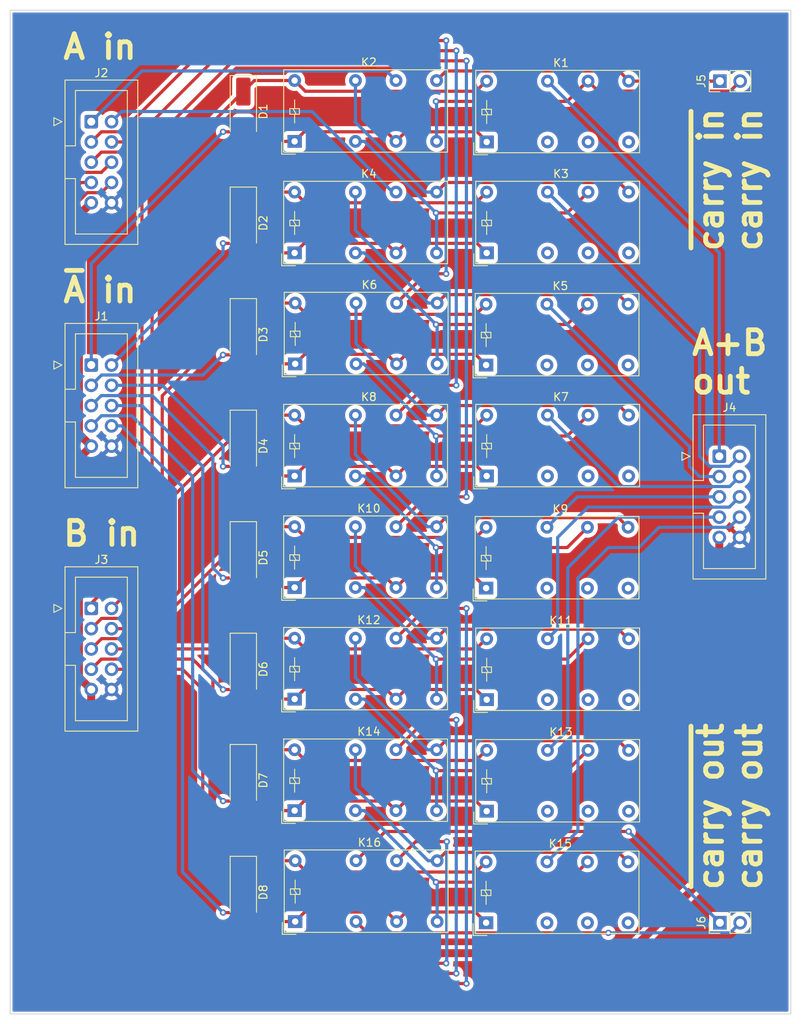
<source format=kicad_pcb>
(kicad_pcb (version 20221018) (generator pcbnew)
  (layers (0 "F.Cu" signal) (31 "B.Cu" signal) (34 "B.Paste" user) (35 "F.Paste" user) (36 "B.SilkS" user "B.Silkscreen") (37 "F.SilkS" user "F.Silkscreen") (38 "B.Mask" user) (39 "F.Mask" user) (44 "Edge.Cuts" user))
  (net 0 "")
  (net 1 "Net-(D2-A1)")
  (net 2 "Net-(D2-A2)")
  (net 3 "Net-(D3-A1)")
  (net 4 "Net-(D3-A2)")
  (net 5 "Net-(D4-A1)")
  (net 6 "Net-(D4-A2)")
  (net 7 "Net-(D5-A1)")
  (net 8 "Net-(D5-A2)")
  (net 12 "Net-(D6-A1)")
  (net 13 "Net-(D6-A2)")
  (net 14 "Net-(D7-A1)")
  (net 15 "VCC")
  (net 16 "GND")
  (net 17 "Net-(D7-A2)")
  (net 18 "Net-(D8-A1)")
  (net 19 "Net-(D8-A2)")
  (net 20 "Net-(J2-Pin_1)")
  (net 21 "Net-(J2-Pin_2)")
  (net 22 "Net-(J2-Pin_3)")
  (net 23 "Net-(J2-Pin_4)")
  (net 24 "Net-(J2-Pin_5)")
  (net 25 "Net-(D1-A1)")
  (net 26 "Net-(D1-A2)")
  (net 27 "Net-(J2-Pin_6)")
  (net 28 "Net-(J2-Pin_7)")
  (net 29 "Net-(J2-Pin_8)")
  (net 30 "Net-(J4-Pin_1)")
  (net 31 "Net-(J4-Pin_2)")
  (net 32 "Net-(J4-Pin_3)")
  (net 33 "Net-(J4-Pin_4)")
  (net 34 "Net-(J4-Pin_5)")
  (net 35 "Net-(J4-Pin_6)")
  (net 36 "Net-(J4-Pin_7)")
  (net 37 "Net-(J4-Pin_8)")
  (net 38 "Net-(J5-Pin_1)")
  (net 39 "Net-(J5-Pin_2)")
  (net 40 "Net-(J6-Pin_1)")
  (net 41 "Net-(J6-Pin_2)")
  (net 42 "Net-(K2-Pad11)")
  (net 43 "Net-(K2-Pad21)")
  (net 47 "Net-(K4-Pad11)")
  (net 48 "Net-(K4-Pad21)")
  (net 52 "Net-(K6-Pad11)")
  (net 53 "Net-(K6-Pad21)")
  (net 57 "Net-(K10-Pad14)")
  (net 58 "Net-(K10-Pad24)")
  (net 62 "Net-(K10-Pad11)")
  (net 63 "Net-(K10-Pad21)")
  (net 67 "Net-(K12-Pad11)")
  (net 68 "Net-(K12-Pad21)")
  (net 72 "Net-(K14-Pad11)")
  (net 73 "Net-(K14-Pad21)")
  (footprint "Relay_THT:Relay_DPDT_Finder_30.22" (layer "F.Cu") (at 71.265 142.095)
    (fp_text reference "K16")
    (fp_text value "J104D2C12VDC.15S")
  )
  (footprint "Relay_THT:Relay_DPDT_Finder_30.22" (layer "F.Cu") (at 95.1775 142.24)
    (fp_text reference "K15")
    (fp_text value "J104D2C12VDC.15S")
  )
  (footprint "Connector_IDC:IDC-Header_2x05_P2.54mm_Vertical" (layer "F.Cu") (at 45.72 41.91)
    (fp_text reference "J2")
    (fp_text value "BHR-10-VUA" hide)
  )
  (footprint "Diode_SMD:D_SMA_Handsoldering" (layer "F.Cu") (at 64.77 110.49 -90)
    (fp_text reference "D6")
    (fp_text value "SMAJ14CA")
  )
  (footprint "Relay_THT:Relay_DPDT_Finder_30.22" (layer "F.Cu") (at 95.25 128.27)
    (fp_text reference "K13")
    (fp_text value "J104D2C12VDC.15S")
  )
  (footprint "Diode_SMD:D_SMA_Handsoldering" (layer "F.Cu") (at 64.77 82.55 -90)
    (fp_text reference "D4")
    (fp_text value "SMAJ14CA")
  )
  (footprint "Connector_IDC:IDC-Header_2x05_P2.54mm_Vertical" (layer "F.Cu") (at 124.3875 83.82)
    (fp_text reference "J4")
    (fp_text value "BHR-10-VUA")
  )
  (footprint "Relay_THT:Relay_DPDT_Finder_30.22" (layer "F.Cu") (at 95.25 86.2875)
    (fp_text reference "K7")
    (fp_text value "J104D2C12VDC.15S")
  )
  (footprint "Connector_PinHeader_2.54mm:PinHeader_1x02_P2.54mm_Vertical" (layer "F.Cu") (at 124.46 142.24 90)
    (fp_text reference "J6")
    (fp_text value "Conn_01x02")
  )
  (footprint "Connector_PinHeader_2.54mm:PinHeader_1x02_P2.54mm_Vertical" (layer "F.Cu") (at 124.46 36.83 90)
    (fp_text reference "J5")
    (fp_text value "Conn_01x02")
  )
  (footprint "Diode_SMD:D_SMA_Handsoldering" (layer "F.Cu") (at 64.77 54.61 -90)
    (fp_text reference "D2")
    (fp_text value "SMAJ14CA")
  )
  (footprint "Relay_THT:Relay_DPDT_Finder_30.22" (layer "F.Cu") (at 95.25 114.3)
    (fp_text reference "K11")
    (fp_text value "J104D2C12VDC.15S")
  )
  (footprint "Diode_SMD:D_SMA_Handsoldering" (layer "F.Cu") (at 64.77 40.64 -90)
    (fp_text reference "D1")
    (fp_text value "SMAJ14CA" hide)
  )
  (footprint "Relay_THT:Relay_DPDT_Finder_30.22" (layer "F.Cu") (at 71.265 72.245)
    (fp_text reference "K6")
    (fp_text value "J104D2C12VDC.15S")
  )
  (footprint "Diode_SMD:D_SMA_Handsoldering" (layer "F.Cu") (at 64.77 96.52 -90)
    (fp_text reference "D5")
    (fp_text value "SMAJ14CA")
  )
  (footprint "Relay_THT:Relay_DPDT_Finder_30.22" (layer "F.Cu") (at 71.1925 114.2275)
    (fp_text reference "K12")
    (fp_text value "J104D2C12VDC.15S")
  )
  (footprint "Relay_THT:Relay_DPDT_Finder_30.22" (layer "F.Cu") (at 95.1775 100.33)
    (fp_text reference "K9")
    (fp_text value "J104D2C12VDC.15S")
  )
  (footprint "Relay_THT:Relay_DPDT_Finder_30.22" (layer "F.Cu") (at 71.1925 128.1975)
    (fp_text reference "K14")
    (fp_text value "J104D2C12VDC.15S")
  )
  (footprint "Relay_THT:Relay_DPDT_Finder_30.22" (layer "F.Cu") (at 95.25 58.3475)
    (fp_text reference "K3")
    (fp_text value "J104D2C12VDC.15S")
  )
  (footprint "Relay_THT:Relay_DPDT_Finder_30.22" (layer "F.Cu") (at 95.1775 72.39)
    (fp_text reference "K5")
    (fp_text value "J104D2C12VDC.15S")
  )
  (footprint "Diode_SMD:D_SMA_Handsoldering" (layer "F.Cu") (at 64.77 138.43 -90)
    (fp_text reference "D8")
    (fp_text value "SMAJ14CA")
  )
  (footprint "Relay_THT:Relay_DPDT_Finder_30.22" (layer "F.Cu") (at 95.25 44.45)
    (fp_text reference "K1")
    (fp_text value "J104D2C12VDC.15S" hide)
  )
  (footprint "Connector_IDC:IDC-Header_2x05_P2.54mm_Vertical" (layer "F.Cu") (at 45.72 72.39)
    (fp_text reference "J1")
    (fp_text value "BHR-10-VUA" hide)
  )
  (footprint "Connector_IDC:IDC-Header_2x05_P2.54mm_Vertical" (layer "F.Cu") (at 45.72 102.87)
    (fp_text reference "J3")
    (fp_text value "BHR-10-VUA")
  )
  (footprint "Diode_SMD:D_SMA_Handsoldering" (layer "F.Cu") (at 64.77 124.42 -90)
    (fp_text reference "D7")
    (fp_text value "SMAJ14CA")
  )
  (footprint "Relay_THT:Relay_DPDT_Finder_30.22" (layer "F.Cu") (at 71.1925 86.2875)
    (fp_text reference "K8")
    (fp_text value "J104D2C12VDC.15S")
  )
  (footprint "Relay_THT:Relay_DPDT_Finder_30.22" (layer "F.Cu") (at 71.1925 44.3775)
    (fp_text reference "K2")
    (fp_text value "J104D2C12VDC.15S")
  )
  (footprint "Relay_THT:Relay_DPDT_Finder_30.22" (layer "F.Cu") (at 71.1925 58.3475)
    (fp_text reference "K4")
    (fp_text value "J104D2C12VDC.15S")
  )
  (footprint "Relay_THT:Relay_DPDT_Finder_30.22" (layer "F.Cu") (at 71.1925 100.2575)
    (fp_text reference "K10")
    (fp_text value "J104D2C12VDC.15S")
  )
  (footprint "Diode_SMD:D_SMA_Handsoldering" (layer "F.Cu") (at 64.77 68.58 -90)
    (fp_text reference "D3")
    (fp_text value "SMAJ14CA")
  )
  (gr_line (start 35.56 153.67) (end 35.56 27.94) (stroke (width 0.1)) (layer "Edge.Cuts"))
  (gr_line (start 133.35 153.67) (end 35.56 153.67) (stroke (width 0.1)) (layer "Edge.Cuts"))
  (gr_line (start 35.56 27.94) (end 133.35 27.94) (stroke (width 0.1)) (layer "Edge.Cuts"))
  (gr_line (start 133.35 27.94) (end 133.35 153.67) (stroke (width 0.1)) (layer "Edge.Cuts"))
  (gr_text "~{A} in" (at 41.91 64.77) (layer "F.SilkS") (effects (font (size 3 3) (thickness 0.6) bold) (justify left bottom)))
  (gr_text "B in" (at 41.91 95.25) (layer "F.SilkS") (effects (font (size 3 3) (thickness 0.6) bold) (justify left bottom)))
  (gr_text "~{carry out}\ncarry out" (at 125.73 138.43 90) (layer "F.SilkS") (effects (font (size 3 3) (thickness 0.6) bold) (justify left)))
  (gr_text "A in" (at 41.91 34.29) (layer "F.SilkS") (effects (font (size 3 3) (thickness 0.6) bold) (justify left bottom)))
  (gr_text "A+B\nout" (at 120.65 76.2) (layer "F.SilkS") (effects (font (size 3 3) (thickness 0.6) bold) (justify left bottom)))
  (gr_text "~{carry in}\ncarry in" (at 125.73 58.42 90) (layer "F.SilkS") (effects (font (size 3 3) (thickness 0.6) bold) (justify left)))
  (segment (start 72.535 52.07) (end 93.9075 52.07) (width 0.4) (layer "F.Cu") (net 1))
  (segment (start 53.34 63.54) (end 64.77 52.11) (width 0.4) (layer "F.Cu") (net 1))
  (segment (start 53.34 97.79) (end 53.34 63.54) (width 0.4) (layer "F.Cu") (net 1))
  (segment (start 48.26 102.87) (end 53.34 97.79) (width 0.4) (layer "F.Cu") (net 1))
  (segment (start 71.1925 50.7275) (end 72.535 52.07) (width 0.4) (layer "F.Cu") (net 1))
  (segment (start 66.1525 50.7275) (end 71.1925 50.7275) (width 0.4) (layer "F.Cu") (net 1))
  (segment (start 93.9075 52.07) (end 95.25 50.7275) (width 0.4) (layer "F.Cu") (net 1))
  (segment (start 64.77 52.11) (end 66.1525 50.7275) (width 0.4) (layer "F.Cu") (net 1))
  (segment (start 93.9775 57.1475) (end 93.98 57.15) (width 0.4) (layer "F.Cu") (net 2))
  (segment (start 72.3925 57.1475) (end 82.6925 57.1475) (width 0.4) (layer "F.Cu") (net 2))
  (segment (start 82.6925 57.1475) (end 83.8925 58.3475) (width 0.4) (layer "F.Cu") (net 2))
  (segment (start 71.1925 58.3475) (end 72.3925 57.1475) (width 0.4) (layer "F.Cu") (net 2))
  (segment (start 62.23 57.15) (end 64.73 57.15) (width 0.4) (layer "F.Cu") (net 2))
  (segment (start 64.73 57.15) (end 64.77 57.11) (width 0.4) (layer "F.Cu") (net 2))
  (segment (start 83.8925 58.3475) (end 85.0925 57.1475) (width 0.4) (layer "F.Cu") (net 2))
  (segment (start 94.05 57.1475) (end 95.25 58.3475) (width 0.4) (layer "F.Cu") (net 2))
  (segment (start 66.0075 58.3475) (end 71.1925 58.3475) (width 0.4) (layer "F.Cu") (net 2))
  (segment (start 85.0925 57.1475) (end 93.9775 57.1475) (width 0.4) (layer "F.Cu") (net 2))
  (segment (start 64.77 57.11) (end 66.0075 58.3475) (width 0.4) (layer "F.Cu") (net 2))
  (via (at 62.23 57.15) (size 0.8) (drill 0.4) (layers "F.Cu" "B.Cu") (net 2))
  (segment (start 62.23 58.42) (end 62.23 57.15) (width 0.4) (layer "B.Cu") (net 2))
  (segment (start 48.26 72.39) (end 62.23 58.42) (width 0.4) (layer "B.Cu") (net 2))
  (segment (start 71.265 64.625) (end 72.68 66.04) (width 0.4) (layer "F.Cu") (net 3))
  (segment (start 64.77 66.08) (end 66.225 64.625) (width 0.4) (layer "F.Cu") (net 3))
  (segment (start 54.61 76.24) (end 64.77 66.08) (width 0.4) (layer "F.Cu") (net 3))
  (segment (start 93.9075 66.04) (end 93.94375 66.00375) (width 0.4) (layer "F.Cu") (net 3))
  (segment (start 49.55 104.12) (end 54.61 99.06) (width 0.4) (layer "F.Cu") (net 3))
  (segment (start 93.9075 66.04) (end 95.1775 64.77) (width 0.4) (layer "F.Cu") (net 3))
  (segment (start 72.68 66.04) (end 93.9075 66.04) (width 0.4) (layer "F.Cu") (net 3))
  (segment (start 66.225 64.625) (end 71.265 64.625) (width 0.4) (layer "F.Cu") (net 3))
  (segment (start 45.72 105.41) (end 47.01 104.12) (width 0.4) (layer "F.Cu") (net 3))
  (segment (start 47.01 104.12) (end 49.55 104.12) (width 0.4) (layer "F.Cu") (net 3))
  (segment (start 54.61 99.06) (end 54.61 76.24) (width 0.4) (layer "F.Cu") (net 3))
  (segment (start 93.8325 71.045) (end 95.1775 72.39) (width 0.4) (layer "F.Cu") (net 4))
  (segment (start 82.765 71.045) (end 83.965 72.245) (width 0.4) (layer "F.Cu") (net 4))
  (segment (start 72.465 71.045) (end 82.765 71.045) (width 0.4) (layer "F.Cu") (net 4))
  (segment (start 62.23 71.12) (end 64.73 71.12) (width 0.4) (layer "F.Cu") (net 4))
  (segment (start 65.935 72.245) (end 71.265 72.245) (width 0.4) (layer "F.Cu") (net 4))
  (segment (start 83.965 72.245) (end 85.165 71.045) (width 0.4) (layer "F.Cu") (net 4))
  (segment (start 85.165 71.045) (end 93.8325 71.045) (width 0.4) (layer "F.Cu") (net 4))
  (segment (start 64.77 71.08) (end 65.935 72.245) (width 0.4) (layer "F.Cu") (net 4))
  (segment (start 64.73 71.12) (end 64.77 71.08) (width 0.4) (layer "F.Cu") (net 4))
  (segment (start 71.265 72.245) (end 72.465 71.045) (width 0.4) (layer "F.Cu") (net 4))
  (via (at 62.23 71.12) (size 0.8) (drill 0.4) (layers "F.Cu" "B.Cu") (net 4))
  (segment (start 59.71 73.64) (end 62.23 71.12) (width 0.4) (layer "B.Cu") (net 4))
  (segment (start 45.72 74.93) (end 47.01 73.64) (width 0.4) (layer "B.Cu") (net 4))
  (segment (start 47.01 73.64) (end 59.71 73.64) (width 0.4) (layer "B.Cu") (net 4))
  (segment (start 93.9075 80.01) (end 95.25 78.6675) (width 0.4) (layer "F.Cu") (net 5))
  (segment (start 66.1525 78.6675) (end 71.1925 78.6675) (width 0.4) (layer "F.Cu") (net 5))
  (segment (start 55.88 100.33) (end 55.88 88.94) (width 0.4) (layer "F.Cu") (net 5))
  (segment (start 50.8 105.41) (end 55.88 100.33) (width 0.4) (layer "F.Cu") (net 5))
  (segment (start 55.88 88.94) (end 64.77 80.05) (width 0.4) (layer "F.Cu") (net 5))
  (segment (start 71.1925 78.6675) (end 72.535 80.01) (width 0.4) (layer "F.Cu") (net 5))
  (segment (start 64.77 80.05) (end 66.1525 78.6675) (width 0.4) (layer "F.Cu") (net 5))
  (segment (start 72.535 80.01) (end 93.9075 80.01) (width 0.4) (layer "F.Cu") (net 5))
  (segment (start 48.26 105.41) (end 50.8 105.41) (width 0.4) (layer "F.Cu") (net 5))
  (segment (start 93.9075 80.01) (end 93.94375 79.97375) (width 0.4) (layer "F.Cu") (net 5))
  (segment (start 85.0925 85.0875) (end 94.05 85.0875) (width 0.4) (layer "F.Cu") (net 6))
  (segment (start 62.23 85.09) (end 64.73 85.09) (width 0.4) (layer "F.Cu") (net 6))
  (segment (start 66.0075 86.2875) (end 71.1925 86.2875) (width 0.4) (layer "F.Cu") (net 6))
  (segment (start 64.73 85.09) (end 64.77 85.05) (width 0.4) (layer "F.Cu") (net 6))
  (segment (start 94.05 85.0875) (end 94.0525 85.09) (width 0.4) (layer "F.Cu") (net 6))
  (segment (start 83.8925 86.2875) (end 85.0925 85.0875) (width 0.4) (layer "F.Cu") (net 6))
  (segment (start 72.3925 85.0875) (end 82.6925 85.0875) (width 0.4) (layer "F.Cu") (net 6))
  (segment (start 82.6925 85.0875) (end 83.8925 86.2875) (width 0.4) (layer "F.Cu") (net 6))
  (segment (start 94.05 85.0875) (end 95.25 86.2875) (width 0.4) (layer "F.Cu") (net 6))
  (segment (start 64.77 85.05) (end 66.0075 86.2875) (width 0.4) (layer "F.Cu") (net 6))
  (segment (start 71.1925 86.2875) (end 72.3925 85.0875) (width 0.4) (layer "F.Cu") (net 6))
  (via (at 62.23 85.09) (size 0.8) (drill 0.4) (layers "F.Cu" "B.Cu") (net 6))
  (segment (start 54.61 74.93) (end 62.23 82.55) (width 0.4) (layer "B.Cu") (net 6))
  (segment (start 62.23 82.55) (end 62.23 85.09) (width 0.4) (layer "B.Cu") (net 6))
  (segment (start 48.26 74.93) (end 54.61 74.93) (width 0.4) (layer "B.Cu") (net 6))
  (segment (start 47.01 106.66) (end 52.13 106.66) (width 0.4) (layer "F.Cu") (net 7))
  (segment (start 52.13 106.66) (end 64.77 94.02) (width 0.4) (layer "F.Cu") (net 7))
  (segment (start 64.77 94.02) (end 66.1525 92.6375) (width 0.4) (layer "F.Cu") (net 7))
  (segment (start 93.9075 93.98) (end 95.1775 92.71) (width 0.4) (layer "F.Cu") (net 7))
  (segment (start 71.1925 92.6375) (end 72.535 93.98) (width 0.4) (layer "F.Cu") (net 7))
  (segment (start 72.535 93.98) (end 93.9075 93.98) (width 0.4) (layer "F.Cu") (net 7))
  (segment (start 45.72 107.95) (end 47.01 106.66) (width 0.4) (layer "F.Cu") (net 7))
  (segment (start 66.1525 92.6375) (end 71.1925 92.6375) (width 0.4) (layer "F.Cu") (net 7))
  (segment (start 62.23 99.06) (end 64.73 99.06) (width 0.4) (layer "F.Cu") (net 8))
  (segment (start 85.0925 99.0575) (end 93.905 99.0575) (width 0.4) (layer "F.Cu") (net 8))
  (segment (start 83.8925 100.2575) (end 85.0925 99.0575) (width 0.4) (layer "F.Cu") (net 8))
  (segment (start 64.77 99.02) (end 66.0075 100.2575) (width 0.4) (layer "F.Cu") (net 8))
  (segment (start 71.1925 100.2575) (end 72.3925 99.0575) (width 0.4) (layer "F.Cu") (net 8))
  (segment (start 64.73 99.06) (end 64.77 99.02) (width 0.4) (layer "F.Cu") (net 8))
  (segment (start 82.6925 99.0575) (end 83.8925 100.2575) (width 0.4) (layer "F.Cu") (net 8))
  (segment (start 93.905 99.0575) (end 95.1775 100.33) (width 0.4) (layer "F.Cu") (net 8))
  (segment (start 66.0075 100.2575) (end 71.1925 100.2575) (width 0.4) (layer "F.Cu") (net 8))
  (segment (start 72.3925 99.0575) (end 82.6925 99.0575) (width 0.4) (layer "F.Cu") (net 8))
  (via (at 62.23 99.06) (size 0.8) (drill 0.4) (layers "F.Cu" "B.Cu") (net 8))
  (segment (start 45.72 77.47) (end 46.97 76.22) (width 0.4) (layer "B.Cu") (net 8))
  (segment (start 53.36 76.22) (end 60.96 83.82) (width 0.4) (layer "B.Cu") (net 8))
  (segment (start 46.97 76.22) (end 53.36 76.22) (width 0.4) (layer "B.Cu") (net 8))
  (segment (start 60.96 97.79) (end 62.23 99.06) (width 0.4) (layer "B.Cu") (net 8))
  (segment (start 60.96 83.82) (end 60.96 97.79) (width 0.4) (layer "B.Cu") (net 8))
  (segment (start 72.535 107.95) (end 93.9075 107.95) (width 0.4) (layer "F.Cu") (net 12))
  (segment (start 93.9075 107.95) (end 93.94375 107.91375) (width 0.4) (layer "F.Cu") (net 12))
  (segment (start 64.77 107.99) (end 66.1525 106.6075) (width 0.4) (layer "F.Cu") (net 12))
  (segment (start 48.26 107.95) (end 64.73 107.95) (width 0.4) (layer "F.Cu") (net 12))
  (segment (start 66.1525 106.6075) (end 71.1925 106.6075) (width 0.4) (layer "F.Cu") (net 12))
  (segment (start 71.1925 106.6075) (end 72.535 107.95) (width 0.4) (layer "F.Cu") (net 12))
  (segment (start 64.73 107.95) (end 64.77 107.99) (width 0.4) (layer "F.Cu") (net 12))
  (segment (start 93.9075 107.95) (end 95.1775 106.68) (width 0.4) (layer "F.Cu") (net 12))
  (segment (start 82.6925 113.0275) (end 83.8925 114.2275) (width 0.4) (layer "F.Cu") (net 13))
  (segment (start 72.3925 113.0275) (end 82.6925 113.0275) (width 0.4) (layer "F.Cu") (net 13))
  (segment (start 64.73 113.03) (end 64.77 112.99) (width 0.4) (layer "F.Cu") (net 13))
  (segment (start 85.0925 113.0275) (end 93.905 113.0275) (width 0.4) (layer "F.Cu") (net 13))
  (segment (start 93.905 113.0275) (end 95.1775 114.3) (width 0.4) (layer "F.Cu") (net 13))
  (segment (start 83.8925 114.2275) (end 85.0925 113.0275) (width 0.4) (layer "F.Cu") (net 13))
  (segment (start 93.905 113.0275) (end 93.94375 113.06625) (width 0.4) (layer "F.Cu") (net 13))
  (segment (start 66.0075 114.2275) (end 71.1925 114.2275) (width 0.4) (layer "F.Cu") (net 13))
  (segment (start 64.77 112.99) (end 66.0075 114.2275) (width 0.4) (layer "F.Cu") (net 13))
  (segment (start 62.23 113.03) (end 64.73 113.03) (width 0.4) (layer "F.Cu") (net 13))
  (segment (start 71.1925 114.2275) (end 72.3925 113.0275) (width 0.4) (layer "F.Cu") (net 13))
  (via (at 62.23 113.03) (size 0.8) (drill 0.4) (layers "F.Cu" "B.Cu") (net 13))
  (segment (start 52.07 77.47) (end 59.69 85.09) (width 0.4) (layer "B.Cu") (net 13))
  (segment (start 48.26 77.47) (end 52.07 77.47) (width 0.4) (layer "B.Cu") (net 13))
  (segment (start 59.69 110.49) (end 62.23 113.03) (width 0.4) (layer "B.Cu") (net 13))
  (segment (start 59.69 85.09) (end 59.69 110.49) (width 0.4) (layer "B.Cu") (net 13))
  (segment (start 72.535 121.92) (end 93.9075 121.92) (width 0.4) (layer "F.Cu") (net 14))
  (segment (start 58.42 109.22) (end 60.96 111.76) (width 0.4) (layer "F.Cu") (net 14))
  (segment (start 71.1925 120.5775) (end 72.535 121.92) (width 0.4) (layer "F.Cu") (net 14))
  (segment (start 66.1125 120.5775) (end 71.1925 120.5775) (width 0.4) (layer "F.Cu") (net 14))
  (segment (start 60.96 118.11) (end 64.77 121.92) (width 0.4) (layer "F.Cu") (net 14))
  (segment (start 93.9075 121.92) (end 93.94375 121.88375) (width 0.4) (layer "F.Cu") (net 14))
  (segment (start 60.96 111.76) (end 60.96 118.11) (width 0.4) (layer "F.Cu") (net 14))
  (segment (start 46.99 109.22) (end 58.42 109.22) (width 0.4) (layer "F.Cu") (net 14))
  (segment (start 93.9075 121.92) (end 95.1775 120.65) (width 0.4) (layer "F.Cu") (net 14))
  (segment (start 64.77 121.92) (end 66.1125 120.5775) (width 0.4) (layer "F.Cu") (net 14))
  (segment (start 45.72 110.49) (end 46.99 109.22) (width 0.4) (layer "F.Cu") (net 14))
  (segment (start 124.3875 134.6925) (end 124.3875 93.98) (width 1) (layer "F.Cu") (net 15))
  (segment (start 45.72 52.07) (end 44.17 53.62) (width 1) (layer "F.Cu") (net 15))
  (segment (start 113.03 146.05) (end 124.3875 134.6925) (width 1) (layer "F.Cu") (net 15))
  (segment (start 45.72 130.81) (end 60.96 146.05) (width 1) (layer "F.Cu") (net 15))
  (segment (start 60.96 146.05) (end 113.03 146.05) (width 1) (layer "F.Cu") (net 15))
  (segment (start 45.72 82.55) (end 44.17 84.1) (width 1) (layer "F.Cu") (net 15))
  (segment (start 44.17 111.48) (end 45.72 113.03) (width 1) (layer "F.Cu") (net 15))
  (segment (start 44.17 84.1) (end 44.17 111.48) (width 1) (layer "F.Cu") (net 15))
  (segment (start 45.72 113.03) (end 45.72 130.81) (width 1) (layer "F.Cu") (net 15))
  (segment (start 44.17 81) (end 45.72 82.55) (width 1) (layer "F.Cu") (net 15))
  (segment (start 44.17 53.62) (end 44.17 81) (width 1) (layer "F.Cu") (net 15))
  (segment (start 71.1925 128.1975) (end 72.3925 126.9975) (width 0.4) (layer "F.Cu") (net 17))
  (segment (start 64.69 127) (end 64.77 126.92) (width 0.4) (layer "F.Cu") (net 17))
  (segment (start 64.77 126.92) (end 66.0475 128.1975) (width 0.4) (layer "F.Cu") (net 17))
  (segment (start 83.8925 128.1975) (end 85.0925 126.9975) (width 0.4) (layer "F.Cu") (net 17))
  (segment (start 93.905 126.9975) (end 95.1775 128.27) (width 0.4) (layer "F.Cu") (net 17))
  (segment (start 62.23 127) (end 64.69 127) (width 0.4) (layer "F.Cu") (net 17))
  (segment (start 66.0475 128.1975) (end 71.1925 128.1975) (width 0.4) (layer "F.Cu") (net 17))
  (segment (start 85.0925 126.9975) (end 93.905 126.9975) (width 0.4) (layer "F.Cu") (net 17))
  (segment (start 82.6925 126.9975) (end 83.8925 128.1975) (width 0.4) (layer "F.Cu") (net 17))
  (segment (start 72.3925 126.9975) (end 82.6925 126.9975) (width 0.4) (layer "F.Cu") (net 17))
  (via (at 62.23 127) (size 0.8) (drill 0.4) (layers "F.Cu" "B.Cu") (net 17))
  (segment (start 58.42 86.36) (end 58.42 123.19) (width 0.4) (layer "B.Cu") (net 17))
  (segment (start 46.99 78.74) (end 50.8 78.74) (width 0.4) (layer "B.Cu") (net 17))
  (segment (start 58.42 123.19) (end 62.23 127) (width 0.4) (layer "B.Cu") (net 17))
  (segment (start 45.72 80.01) (end 46.99 78.74) (width 0.4) (layer "B.Cu") (net 17))
  (segment (start 50.8 78.74) (end 58.42 86.36) (width 0.4) (layer "B.Cu") (net 17))
  (segment (start 48.26 110.49) (end 57.15 110.49) (width 0.4) (layer "F.Cu") (net 18))
  (segment (start 66.225 134.475) (end 71.265 134.475) (width 0.4) (layer "F.Cu") (net 18))
  (segment (start 59.69 113.03) (end 59.69 130.85) (width 0.4) (layer "F.Cu") (net 18))
  (segment (start 71.265 134.475) (end 72.68 135.89) (width 0.4) (layer "F.Cu") (net 18))
  (segment (start 93.9075 135.89) (end 95.1775 134.62) (width 0.4) (layer "F.Cu") (net 18))
  (segment (start 64.77 135.93) (end 66.225 134.475) (width 0.4) (layer "F.Cu") (net 18))
  (segment (start 57.15 110.49) (end 59.69 113.03) (width 0.4) (layer "F.Cu") (net 18))
  (segment (start 59.69 130.85) (end 64.77 135.93) (width 0.4) (layer "F.Cu") (net 18))
  (segment (start 72.68 135.89) (end 93.9075 135.89) (width 0.4) (layer "F.Cu") (net 18))
  (segment (start 85.165 140.895) (end 93.8325 140.895) (width 0.4) (layer "F.Cu") (net 19))
  (segment (start 82.765 140.895) (end 83.965 142.095) (width 0.4) (layer "F.Cu") (net 19))
  (segment (start 71.265 142.095) (end 72.465 140.895) (width 0.4) (layer "F.Cu") (net 19))
  (segment (start 64.77 140.93) (end 65.935 142.095) (width 0.4) (layer "F.Cu") (net 19))
  (segment (start 72.465 140.895) (end 82.765 140.895) (width 0.4) (layer "F.Cu") (net 19))
  (segment (start 62.23 140.97) (end 64.73 140.97) (width 0.4) (layer "F.Cu") (net 19))
  (segment (start 64.73 140.97) (end 64.77 140.93) (width 0.4) (layer "F.Cu") (net 19))
  (segment (start 83.965 142.095) (end 85.165 140.895) (width 0.4) (layer "F.Cu") (net 19))
  (segment (start 65.935 142.095) (end 71.265 142.095) (width 0.4) (layer "F.Cu") (net 19))
  (segment (start 93.8325 140.895) (end 95.1775 142.24) (width 0.4) (layer "F.Cu") (net 19))
  (via (at 62.23 140.97) (size 0.8) (drill 0.4) (layers "F.Cu" "B.Cu") (net 19))
  (segment (start 49.53 80.01) (end 57.15 87.63) (width 0.4) (layer "B.Cu") (net 19))
  (segment (start 57.15 135.89) (end 62.23 140.97) (width 0.4) (layer "B.Cu") (net 19))
  (segment (start 48.26 80.01) (end 49.53 80.01) (width 0.4) (layer "B.Cu") (net 19))
  (segment (start 57.15 87.63) (end 57.15 135.89) (width 0.4) (layer "B.Cu") (net 19))
  (segment (start 52.0725 35.5575) (end 82.6925 35.5575) (width 0.4) (layer "B.Cu") (net 20))
  (segment (start 82.6925 35.5575) (end 83.8925 36.7575) (width 0.4) (layer "B.Cu") (net 20))
  (segment (start 45.72 41.91) (end 52.0725 35.5575) (width 0.4) (layer "B.Cu") (net 20))
  (segment (start 49.53 40.64) (end 73.377943 40.64) (width 0.4) (layer "B.Cu") (net 21))
  (segment (start 48.26 41.91) (end 49.53 40.64) (width 0.4) (layer "B.Cu") (net 21))
  (segment (start 73.377943 40.64) (end 83.465443 50.7275) (width 0.4) (layer "B.Cu") (net 21))
  (segment (start 83.465443 50.7275) (end 83.8925 50.7275) (width 0.4) (layer "B.Cu") (net 21))
  (segment (start 90.17 31.75) (end 60.96 31.75) (width 0.4) (layer "F.Cu") (net 22))
  (segment (start 87.63 60.96) (end 90.17 60.96) (width 0.4) (layer "F.Cu") (net 22))
  (segment (start 49.53 43.18) (end 46.99 43.18) (width 0.4) (layer "F.Cu") (net 22))
  (segment (start 60.96 31.75) (end 49.53 43.18) (width 0.4) (layer "F.Cu") (net 22))
  (segment (start 46.99 43.18) (end 45.72 44.45) (width 0.4) (layer "F.Cu") (net 22))
  (segment (start 83.965 64.625) (end 87.63 60.96) (width 0.4) (layer "F.Cu") (net 22))
  (via (at 90.17 60.96) (size 0.8) (drill 0.4) (layers "F.Cu" "B.Cu") (net 22))
  (via (at 90.17 31.75) (size 0.8) (drill 0.4) (layers "F.Cu" "B.Cu") (net 22))
  (segment (start 90.17 31.75) (end 90.1725 31.7525) (width 0.4) (layer "B.Cu") (net 22))
  (segment (start 90.1725 60.9575) (end 90.17 60.96) (width 0.4) (layer "B.Cu") (net 22))
  (segment (start 90.1725 31.7525) (end 90.1725 60.9575) (width 0.4) (layer "B.Cu") (net 22))
  (segment (start 83.8925 78.6675) (end 87.63 74.93) (width 0.4) (layer "F.Cu") (net 23))
  (segment (start 87.63 74.93) (end 91.44 74.93) (width 0.4) (layer "F.Cu") (net 23))
  (segment (start 62.23 33.02) (end 50.8 44.45) (width 0.4) (layer "F.Cu") (net 23))
  (segment (start 91.44 33.02) (end 62.23 33.02) (width 0.4) (layer "F.Cu") (net 23))
  (segment (start 50.8 44.45) (end 48.26 44.45) (width 0.4) (layer "F.Cu") (net 23))
  (via (at 91.44 33.02) (size 0.8) (drill 0.4) (layers "F.Cu" "B.Cu") (net 23))
  (via (at 91.44 74.93) (size 0.8) (drill 0.4) (layers "F.Cu" "B.Cu") (net 23))
  (segment (start 91.44 74.93) (end 91.44 33.02) (width 0.4) (layer "B.Cu") (net 23))
  (segment (start 87.63 88.9) (end 92.71 88.9) (width 0.4) (layer "F.Cu") (net 24))
  (segment (start 46.99 45.72) (end 45.72 46.99) (width 0.4) (layer "F.Cu") (net 24))
  (segment (start 83.82 92.71) (end 87.63 88.9) (width 0.4) (layer "F.Cu") (net 24))
  (segment (start 92.71 34.29) (end 63.5 34.29) (width 0.4) (layer "F.Cu") (net 24))
  (segment (start 52.07 45.72) (end 46.99 45.72) (width 0.4) (layer "F.Cu") (net 24))
  (segment (start 83.8925 92.6375) (end 83.82 92.71) (width 0.4) (layer "F.Cu") (net 24))
  (segment (start 63.5 34.29) (end 52.07 45.72) (width 0.4) (layer "F.Cu") (net 24))
  (via (at 92.71 34.29) (size 0.8) (drill 0.4) (layers "F.Cu" "B.Cu") (net 24))
  (via (at 92.71 88.9) (size 0.8) (drill 0.4) (layers "F.Cu" "B.Cu") (net 24))
  (segment (start 92.71 88.9) (end 92.71 34.29) (width 0.4) (layer "B.Cu") (net 24))
  (segment (start 52.07 50.84) (end 64.77 38.14) (width 0.4) (layer "F.Cu") (net 25))
  (segment (start 45.72 102.87) (end 45.72 102.235) (width 0.4) (layer "F.Cu") (net 25))
  (segment (start 93.9075 38.1) (end 95.1775 36.83) (width 0.4) (layer "F.Cu") (net 25))
  (segment (start 52.07 95.885) (end 52.07 50.84) (width 0.4) (layer "F.Cu") (net 25))
  (segment (start 72.535 38.1) (end 93.98 38.1) (width 0.4) (layer "F.Cu") (net 25))
  (segment (start 71.1925 36.7575) (end 72.535 38.1) (width 0.4) (layer "F.Cu") (net 25))
  (segment (start 66.1525 36.7575) (end 71.1925 36.7575) (width 0.4) (layer "F.Cu") (net 25))
  (segment (start 64.77 38.14) (end 66.1525 36.7575) (width 0.4) (layer "F.Cu") (net 25))
  (segment (start 95.1775 36.83) (end 95.25 36.83) (width 0.4) (layer "F.Cu") (net 25))
  (segment (start 45.72 102.235) (end 52.07 95.885) (width 0.4) (layer "F.Cu") (net 25))
  (segment (start 85.0925 43.1775) (end 93.98 43.1775) (width 0.4) (layer "F.Cu") (net 26))
  (segment (start 64.73 43.18) (end 64.77 43.14) (width 0.4) (layer "F.Cu") (net 26))
  (segment (start 71.1925 44.3775) (end 72.3925 43.1775) (width 0.4) (layer "F.Cu") (net 26))
  (segment (start 95.25 44.3775) (end 95.25 44.45) (width 0.4) (layer "F.Cu") (net 26))
  (segment (start 83.8925 44.3775) (end 85.0925 43.1775) (width 0.4) (layer "F.Cu") (net 26))
  (segment (start 66.0075 44.3775) (end 71.1925 44.3775) (width 0.4) (layer "F.Cu") (net 26))
  (segment (start 62.23 43.18) (end 64.73 43.18) (width 0.4) (layer "F.Cu") (net 26))
  (segment (start 64.77 43.14) (end 66.0075 44.3775) (width 0.4) (layer "F.Cu") (net 26))
  (segment (start 72.3925 43.1775) (end 82.6925 43.1775) (width 0.4) (layer "F.Cu") (net 26))
  (segment (start 94.05 43.1775) (end 95.25 44.3775) (width 0.4) (layer "F.Cu") (net 26))
  (segment (start 82.6925 43.1775) (end 83.8925 44.3775) (width 0.4) (layer "F.Cu") (net 26))
  (via (at 62.23 43.18) (size 0.8) (drill 0.4) (layers "F.Cu" "B.Cu") (net 26))
  (segment (start 45.72 72.39) (end 45.72 59.69) (width 0.4) (layer "B.Cu") (net 26))
  (segment (start 45.72 59.69) (end 62.23 43.18) (width 0.4) (layer "B.Cu") (net 26))
  (segment (start 87.63 102.87) (end 92.71 102.87) (width 0.4) (layer "F.Cu") (net 27))
  (segment (start 83.8925 106.6075) (end 87.63 102.87) (width 0.4) (layer "F.Cu") (net 27))
  (segment (start 92.71 149.86) (end 57.15 149.86) (width 0.4) (layer "F.Cu") (net 27))
  (segment (start 57.15 149.86) (end 39.37 132.08) (width 0.4) (layer "F.Cu") (net 27))
  (segment (start 39.37 132.08) (end 39.37 52.332355) (width 0.4) (layer "F.Cu") (net 27))
  (segment (start 43.442355 48.26) (end 46.99 48.26) (width 0.4) (layer "F.Cu") (net 27))
  (segment (start 39.37 52.332355) (end 43.442355 48.26) (width 0.4) (layer "F.Cu") (net 27))
  (segment (start 46.99 48.26) (end 48.26 46.99) (width 0.4) (layer "F.Cu") (net 27))
  (via (at 92.71 102.87) (size 0.8) (drill 0.4) (layers "F.Cu" "B.Cu") (net 27))
  (via (at 92.71 149.86) (size 0.8) (drill 0.4) (layers "F.Cu" "B.Cu") (net 27))
  (segment (start 92.71 148.451371) (end 92.71 149.86) (width 0.4) (layer "B.Cu") (net 27))
  (segment (start 92.71 102.87) (end 92.71 148.451371) (width 0.4) (layer "B.Cu") (net 27))
  (segment (start 83.8925 120.5775) (end 87.63 116.84) (width 0.4) (layer "F.Cu") (net 28))
  (segment (start 91.44 148.59) (end 58.42 148.59) (width 0.4) (layer "F.Cu") (net 28))
  (segment (start 44.45 49.53) (end 45.72 49.53) (width 0.4) (layer "F.Cu") (net 28))
  (segment (start 40.64 130.81) (end 40.64 53.34) (width 0.4) (layer "F.Cu") (net 28))
  (segment (start 87.63 116.84) (end 91.44 116.84) (width 0.4) (layer "F.Cu") (net 28))
  (segment (start 58.42 148.59) (end 40.64 130.81) (width 0.4) (layer "F.Cu") (net 28))
  (segment (start 40.64 53.34) (end 44.45 49.53) (width 0.4) (layer "F.Cu") (net 28))
  (via (at 91.44 116.84) (size 0.8) (drill 0.4) (layers "F.Cu" "B.Cu") (net 28))
  (via (at 91.44 148.59) (size 0.8) (drill 0.4) (layers "F.Cu" "B.Cu") (net 28))
  (segment (start 91.44 116.84) (end 91.44 148.59) (width 0.4) (layer "B.Cu") (net 28))
  (segment (start 41.91 54.112233) (end 45.222233 50.8) (width 0.4) (layer "F.Cu") (net 29))
  (segment (start 90.17 147.32) (end 59.69 147.32) (width 0.4) (layer "F.Cu") (net 29))
  (segment (start 59.69 147.32) (end 41.91 129.54) (width 0.4) (layer "F.Cu") (net 29))
  (segment (start 86.36 132.08) (end 83.965 134.475) (width 0.4) (layer "F.Cu") (net 29))
  (segment (start 90.245 132.08) (end 86.36 132.08) (width 0.4) (layer "F.Cu") (net 29))
  (segment (start 41.91 129.54) (end 41.91 54.112233) (width 0.4) (layer "F.Cu") (net 29))
  (segment (start 45.222233 50.8) (end 46.99 50.8) (width 0.4) (layer "F.Cu") (net 29))
  (segment (start 46.99 50.8) (end 48.26 49.53) (width 0.4) (layer "F.Cu") (net 29))
  (via (at 90.245 132.08) (size 0.8) (drill 0.4) (layers "F.Cu" "B.Cu") (net 29))
  (via (at 90.17 147.32) (size 0.8) (drill 0.4) (layers "F.Cu" "B.Cu") (net 29))
  (segment (start 90.245 132.08) (end 90.245 147.245) (width 0.4) (layer "B.Cu") (net 29))
  (segment (start 90.245 147.245) (end 90.17 147.32) (width 0.4) (layer "B.Cu") (net 29))
  (segment (start 124.3875 83.82) (end 124.3875 58.3475) (width 0.4) (layer "B.Cu") (net 30))
  (segment (start 124.3875 58.3475) (end 102.87 36.83) (width 0.4) (layer "B.Cu") (net 30))
  (segment (start 121.92 69.7775) (end 102.87 50.7275) (width 0.4) (layer "B.Cu") (net 31))
  (segment (start 121.92 83.82) (end 121.92 69.7775) (width 0.4) (layer "B.Cu") (net 31))
  (segment (start 126.9275 83.82) (end 125.6775 85.07) (width 0.4) (layer "B.Cu") (net 31))
  (segment (start 123.17 85.07) (end 121.92 83.82) (width 0.4) (layer "B.Cu") (net 31))
  (segment (start 125.6775 85.07) (end 123.17 85.07) (width 0.4) (layer "B.Cu") (net 31))
  (segment (start 120.65 82.55) (end 120.5775 82.55) (width 0.4) (layer "B.Cu") (net 32))
  (segment (start 120.65 85.09) (end 120.65 82.55) (width 0.4) (layer "B.Cu") (net 32))
  (segment (start 120.5775 82.55) (end 102.7975 64.77) (width 0.4) (layer "B.Cu") (net 32))
  (segment (start 121.92 86.36) (end 120.65 85.09) (width 0.4) (layer "B.Cu") (net 32))
  (segment (start 124.3875 86.36) (end 121.92 86.36) (width 0.4) (layer "B.Cu") (net 32))
  (segment (start 111.8125 87.61) (end 102.87 78.6675) (width 0.4) (layer "B.Cu") (net 33))
  (segment (start 125.6775 87.61) (end 111.8125 87.61) (width 0.4) (layer "B.Cu") (net 33))
  (segment (start 126.9275 86.36) (end 125.6775 87.61) (width 0.4) (layer "B.Cu") (net 33))
  (segment (start 124.3875 88.9) (end 106.6075 88.9) (width 0.4) (layer "B.Cu") (net 34))
  (segment (start 106.6075 88.9) (end 102.7975 92.71) (width 0.4) (layer "B.Cu") (net 34))
  (segment (start 125.6375 90.19) (end 107.93 90.19) (width 0.4) (layer "B.Cu") (net 35))
  (segment (start 107.93 90.19) (end 104.14 93.98) (width 0.4) (layer "B.Cu") (net 35))
  (segment (start 104.14 93.98) (end 104.14 105.41) (width 0.4) (layer "B.Cu") (net 35))
  (segment (start 104.14 105.41) (end 102.87 106.68) (width 0.4) (layer "B.Cu") (net 35))
  (segment (start 126.9275 88.9) (end 125.6375 90.19) (width 0.4) (layer "B.Cu") (net 35))
  (segment (start 124.3875 91.44) (end 111.76 91.44) (width 0.4) (layer "B.Cu") (net 36))
  (segment (start 111.76 91.44) (end 105.41 97.79) (width 0.4) (layer "B.Cu") (net 36))
  (segment (start 105.41 118.11) (end 102.87 120.65) (width 0.4) (layer "B.Cu") (net 36))
  (segment (start 105.41 97.79) (end 105.41 118.11) (width 0.4) (layer "B.Cu") (net 36))
  (segment (start 106.68 118.11) (end 106.6775 118.1075) (width 0.4) (layer "B.Cu") (net 37))
  (segment (start 114.3 95.25) (end 116.84 92.71) (width 0.4) (layer "B.Cu") (net 37))
  (segment (start 106.6775 99.0625) (end 110.49 95.25) (width 0.4) (layer "B.Cu") (net 37))
  (segment (start 102.7975 134.62) (end 106.68 130.7375) (width 0.4) (layer "B.Cu") (net 37))
  (segment (start 106.68 130.7375) (end 106.68 118.11) (width 0.4) (layer "B.Cu") (net 37))
  (segment (start 110.49 95.25) (end 114.3 95.25) (width 0.4) (layer "B.Cu") (net 37))
  (segment (start 106.6775 118.1075) (end 106.6775 99.0625) (width 0.4) (layer "B.Cu") (net 37))
  (segment (start 125.6575 92.71) (end 126.9275 91.44) (width 0.4) (layer "B.Cu") (net 37))
  (segment (start 116.84 92.71) (end 125.6575 92.71) (width 0.4) (layer "B.Cu") (net 37))
  (segment (start 111.83 35.5575) (end 113.03 36.7575) (width 0.4) (layer "F.Cu") (net 38))
  (segment (start 113.03 36.83) (end 124.46 36.83) (width 0.4) (layer "F.Cu") (net 38))
  (segment (start 90.1725 35.5575) (end 111.83 35.5575) (width 0.4) (layer "F.Cu") (net 38))
  (segment (start 113.03 36.7575) (end 113.03 36.83) (width 0.4) (layer "F.Cu") (net 38))
  (segment (start 113.03 36.83) (end 113.1025 36.7575) (width 0.4) (layer "F.Cu") (net 38))
  (segment (start 88.9725 36.7575) (end 90.1725 35.5575) (width 0.4) (layer "F.Cu") (net 38))
  (segment (start 125.75 38.08) (end 127 36.83) (width 0.4) (layer "F.Cu") (net 39))
  (segment (start 109.2 38.08) (end 125.75 38.08) (width 0.4) (layer "F.Cu") (net 39))
  (segment (start 88.9 39.37) (end 105.41 39.37) (width 0.4) (layer "F.Cu") (net 39))
  (segment (start 107.95 36.83) (end 109.2 38.08) (width 0.4) (layer "F.Cu") (net 39))
  (segment (start 105.3375 39.37) (end 107.8775 36.83) (width 0.4) (layer "F.Cu") (net 39))
  (segment (start 107.8775 36.83) (end 107.95 36.83) (width 0.4) (layer "F.Cu") (net 39))
  (via (at 88.9 39.37) (size 0.8) (drill 0.4) (layers "F.Cu" "B.Cu") (net 39))
  (segment (start 88.9725 39.4425) (end 88.9 39.37) (width 0.4) (layer "B.Cu") (net 39))
  (segment (start 88.9725 44.3775) (end 88.9725 39.4425) (width 0.4) (layer "B.Cu") (net 39))
  (segment (start 78.885 134.475) (end 82.55 130.81) (width 0.4) (layer "F.Cu") (net 40))
  (segment (start 82.55 130.81) (end 113.03 130.81) (width 0.4) (layer "F.Cu") (net 40))
  (via (at 113.03 130.81) (size 0.8) (drill 0.4) (layers "F.Cu" "B.Cu") (net 40))
  (segment (start 113.03 130.81) (end 124.46 142.24) (width 0.4) (layer "B.Cu") (net 40))
  (segment (start 80.3 143.51) (end 110.49 143.51) (width 0.4) (layer "F.Cu") (net 41))
  (segment (start 78.885 142.095) (end 80.3 143.51) (width 0.4) (layer "F.Cu") (net 41))
  (via (at 110.49 143.51) (size 0.8) (drill 0.4) (layers "F.Cu" "B.Cu") (net 41))
  (segment (start 125.73 143.51) (end 127 142.24) (width 0.4) (layer "B.Cu") (net 41))
  (segment (start 110.49 143.51) (end 125.73 143.51) (width 0.4) (layer "B.Cu") (net 41))
  (segment (start 88.9 53.34) (end 105.41 53.34) (width 0.4) (layer "F.Cu") (net 42))
  (segment (start 105.3375 53.34) (end 107.95 50.7275) (width 0.4) (layer "F.Cu") (net 42))
  (via (at 88.9 53.34) (size 0.8) (drill 0.4) (layers "F.Cu" "B.Cu") (net 42))
  (segment (start 88.9 53.34) (end 79.9375 44.3775) (width 0.4) (layer "B.Cu") (net 42))
  (segment (start 79.9375 44.3775) (end 78.8125 44.3775) (width 0.4) (layer "B.Cu") (net 42))
  (segment (start 88.9725 58.3475) (end 88.9725 53.4125) (width 0.4) (layer "B.Cu") (net 42))
  (segment (start 88.9725 53.4125) (end 88.9 53.34) (width 0.4) (layer "B.Cu") (net 42))
  (segment (start 88.9725 50.7275) (end 90.1725 49.5275) (width 0.4) (layer "F.Cu") (net 43))
  (segment (start 111.83 49.5275) (end 113.03 50.7275) (width 0.4) (layer "F.Cu") (net 43))
  (segment (start 90.1725 49.5275) (end 111.7575 49.5275) (width 0.4) (layer "F.Cu") (net 43))
  (segment (start 111.7575 49.5275) (end 111.76 49.53) (width 0.4) (layer "F.Cu") (net 43))
  (segment (start 88.9725 50.7275) (end 87.5575 50.7275) (width 0.4) (layer "B.Cu") (net 43))
  (segment (start 78.74 41.91) (end 78.8125 41.8375) (width 0.4) (layer "B.Cu") (net 43))
  (segment (start 78.8125 41.8375) (end 78.8125 36.7575) (width 0.4) (layer "B.Cu") (net 43))
  (segment (start 87.5575 50.7275) (end 78.74 41.91) (width 0.4) (layer "B.Cu") (net 43))
  (segment (start 105.3375 67.31) (end 105.37375 67.27375) (width 0.4) (layer "F.Cu") (net 47))
  (segment (start 88.9 67.31) (end 105.3375 67.31) (width 0.4) (layer "F.Cu") (net 47))
  (segment (start 105.3375 67.31) (end 107.8775 64.77) (width 0.4) (layer "F.Cu") (net 47))
  (via (at 88.9 67.31) (size 0.8) (drill 0.4) (layers "F.Cu" "B.Cu") (net 47))
  (segment (start 89.045 67.455) (end 88.9 67.31) (width 0.4) (layer "B.Cu") (net 47))
  (segment (start 79.9375 58.3475) (end 78.8125 58.3475) (width 0.4) (layer "B.Cu") (net 47))
  (segment (start 89.045 72.245) (end 89.045 67.455) (width 0.4) (layer "B.Cu") (net 47))
  (segment (start 88.9 67.31) (end 79.9375 58.3475) (width 0.4) (layer "B.Cu") (net 47))
  (segment (start 111.7575 63.57) (end 112.9575 64.77) (width 0.4) (layer "F.Cu") (net 48))
  (segment (start 89.045 64.625) (end 90.1 63.57) (width 0.4) (layer "F.Cu") (net 48))
  (segment (start 90.1 63.57) (end 111.7575 63.57) (width 0.4) (layer "F.Cu") (net 48))
  (segment (start 89.045 64.625) (end 87.91363 64.625) (width 0.4) (layer "B.Cu") (net 48))
  (segment (start 87.91363 64.625) (end 78.8125 55.52387) (width 0.4) (layer "B.Cu") (net 48))
  (segment (start 78.8125 55.52387) (end 78.8125 50.7275) (width 0.4) (layer "B.Cu") (net 48))
  (segment (start 105.3375 81.28) (end 107.95 78.6675) (width 0.4) (layer "F.Cu") (net 52))
  (segment (start 88.9 81.28) (end 105.3375 81.28) (width 0.4) (layer "F.Cu") (net 52))
  (segment (start 105.3375 81.28) (end 105.37375 81.24375) (width 0.4) (layer "F.Cu") (net 52))
  (via (at 88.9 81.28) (size 0.8) (drill 0.4) (layers "F.Cu" "B.Cu") (net 52))
  (segment (start 88.9725 86.2875) (end 88.9725 81.3525) (width 0.4) (layer "B.Cu") (net 52))
  (segment (start 88.9 81.28) (end 79.865 72.245) (width 0.4) (layer "B.Cu") (net 52))
  (segment (start 88.9725 81.3525) (end 88.9 81.28) (width 0.4) (layer "B.Cu") (net 52))
  (segment (start 79.865 72.245) (end 78.885 72.245) (width 0.4) (layer "B.Cu") (net 52))
  (segment (start 88.9725 78.6675) (end 90.1725 77.4675) (width 0.4) (layer "F.Cu") (net 53))
  (segment (start 111.83 77.4675) (end 111.8325 77.47) (width 0.4) (layer "F.Cu") (net 53))
  (segment (start 111.83 77.4675) (end 113.03 78.6675) (width 0.4) (layer "F.Cu") (net 53))
  (segment (start 90.1725 77.4675) (end 111.83 77.4675) (width 0.4) (layer "F.Cu") (net 53))
  (segment (start 87.84113 78.6675) (end 78.885 69.71137) (width 0.4) (layer "B.Cu") (net 53))
  (segment (start 78.885 69.71137) (end 78.885 64.625) (width 0.4) (layer "B.Cu") (net 53))
  (segment (start 88.9725 78.6675) (end 87.84113 78.6675) (width 0.4) (layer "B.Cu") (net 53))
  (segment (start 105.3375 95.25) (end 107.8775 92.71) (width 0.4) (layer "F.Cu") (net 57))
  (segment (start 88.9 95.25) (end 105.3375 95.25) (width 0.4) (layer "F.Cu") (net 57))
  (segment (start 105.3375 95.25) (end 105.37375 95.21375) (width 0.4) (layer "F.Cu") (net 57))
  (via (at 88.9 95.25) (size 0.8) (drill 0.4) (layers "F.Cu" "B.Cu") (net 57))
  (segment (start 79.9375 86.2875) (end 78.8125 86.2875) (width 0.4) (layer "B.Cu") (net 57))
  (segment (start 88.9725 100.2575) (end 88.9725 95.3225) (width 0.4) (layer "B.Cu") (net 57))
  (segment (start 88.9 95.25) (end 79.9375 86.2875) (width 0.4) (layer "B.Cu") (net 57))
  (segment (start 88.9725 95.3225) (end 88.9 95.25) (width 0.4) (layer "B.Cu") (net 57))
  (segment (start 111.7575 91.51) (end 112.9575 92.71) (width 0.4) (layer "F.Cu") (net 58))
  (segment (start 90.1 91.51) (end 111.7575 91.51) (width 0.4) (layer "F.Cu") (net 58))
  (segment (start 111.7575 91.51) (end 111.75875 91.51125) (width 0.4) (layer "F.Cu") (net 58))
  (segment (start 88.9725 92.6375) (end 90.1 91.51) (width 0.4) (layer "F.Cu") (net 58))
  (segment (start 87.84113 92.6375) (end 78.8125 83.60887) (width 0.4) (layer "B.Cu") (net 58))
  (segment (start 88.9725 92.6375) (end 87.84113 92.6375) (width 0.4) (layer "B.Cu") (net 58))
  (segment (start 78.8125 83.60887) (end 78.8125 78.6675) (width 0.4) (layer "B.Cu") (net 58))
  (segment (start 105.3375 109.22) (end 107.8775 106.68) (width 0.4) (layer "F.Cu") (net 62))
  (segment (start 105.3375 109.22) (end 105.37375 109.18375) (width 0.4) (layer "F.Cu") (net 62))
  (segment (start 88.9 109.22) (end 105.3375 109.22) (width 0.4) (layer "F.Cu") (net 62))
  (via (at 88.9 109.22) (size 0.8) (drill 0.4) (layers "F.Cu" "B.Cu") (net 62))
  (segment (start 79.9375 100.2575) (end 78.8125 100.2575) (width 0.4) (layer "B.Cu") (net 62))
  (segment (start 88.9 109.22) (end 79.9375 100.2575) (width 0.4) (layer "B.Cu") (net 62))
  (segment (start 88.9725 114.2275) (end 88.9725 109.2925) (width 0.4) (layer "B.Cu") (net 62))
  (segment (start 88.9725 109.2925) (end 88.9 109.22) (width 0.4) (layer "B.Cu") (net 62))
  (segment (start 90.1 105.48) (end 111.69 105.48) (width 0.4) (layer "F.Cu") (net 63))
  (segment (start 88.9725 106.6075) (end 90.1 105.48) (width 0.4) (layer "F.Cu") (net 63))
  (segment (start 111.7575 105.48) (end 112.9575 106.68) (width 0.4) (layer "F.Cu") (net 63))
  (segment (start 78.8125 97.57887) (end 78.8125 92.6375) (width 0.4) (layer "B.Cu") (net 63))
  (segment (start 87.84113 106.6075) (end 78.8125 97.57887) (width 0.4) (layer "B.Cu") (net 63))
  (segment (start 88.9725 106.6075) (end 87.84113 106.6075) (width 0.4) (layer "B.Cu") (net 63))
  (segment (start 88.9 123.19) (end 105.3375 123.19) (width 0.4) (layer "F.Cu") (net 67))
  (segment (start 105.3375 123.19) (end 105.37375 123.15375) (width 0.4) (layer "F.Cu") (net 67))
  (segment (start 105.3375 123.19) (end 107.8775 120.65) (width 0.4) (layer "F.Cu") (net 67))
  (via (at 88.9 123.19) (size 0.8) (drill 0.4) (layers "F.Cu" "B.Cu") (net 67))
  (segment (start 88.9725 128.1975) (end 88.9725 123.2625) (width 0.4) (layer "B.Cu") (net 67))
  (segment (start 88.9725 123.2625) (end 88.9 123.19) (width 0.4) (layer "B.Cu") (net 67))
  (segment (start 79.9375 114.2275) (end 78.8125 114.2275) (width 0.4) (layer "B.Cu") (net 67))
  (segment (start 88.9 123.19) (end 79.9375 114.2275) (width 0.4) (layer "B.Cu") (net 67))
  (segment (start 88.9725 120.5775) (end 90.1 119.45) (width 0.4) (layer "F.Cu") (net 68))
  (segment (start 90.1 119.45) (end 111.7575 119.45) (width 0.4) (layer "F.Cu") (net 68))
  (segment (start 111.7575 119.45) (end 111.75875 119.45125) (width 0.4) (layer "F.Cu") (net 68))
  (segment (start 111.7575 119.45) (end 112.9575 120.65) (width 0.4) (layer "F.Cu") (net 68))
  (segment (start 78.8125 111.54887) (end 78.8125 106.6075) (width 0.4) (layer "B.Cu") (net 68))
  (segment (start 87.84113 120.5775) (end 78.8125 111.54887) (width 0.4) (layer "B.Cu") (net 68))
  (segment (start 88.9725 120.5775) (end 87.84113 120.5775) (width 0.4) (layer "B.Cu") (net 68))
  (segment (start 105.3375 137.16) (end 107.8775 134.62) (width 0.4) (layer "F.Cu") (net 72))
  (segment (start 88.9 137.16) (end 105.3375 137.16) (width 0.4) (layer "F.Cu") (net 72))
  (via (at 88.9 137.16) (size 0.8) (drill 0.4) (layers "F.Cu" "B.Cu") (net 72))
  (segment (start 89.045 142.095) (end 89.045 137.305) (width 0.4) (layer "B.Cu") (net 72))
  (segment (start 89.045 137.305) (end 88.9 137.16) (width 0.4) (layer "B.Cu") (net 72))
  (segment (start 88.9 137.16) (end 79.9375 128.1975) (width 0.4) (layer "B.Cu") (net 72))
  (segment (start 79.9375 128.1975) (end 78.8125 128.1975) (width 0.4) (layer "B.Cu") (net 72))
  (segment (start 89.045 134.475) (end 90.1 133.42) (width 0.4) (layer "F.Cu") (net 73))
  (segment (start 90.1 133.42) (end 111.76 133.42) (width 0.4) (layer "F.Cu") (net 73))
  (segment (start 111.7575 133.42) (end 112.9575 134.62) (width 0.4) (layer "F.Cu") (net 73))
  (segment (start 78.8125 125.37387) (end 78.8125 120.5775) (width 0.4) (layer "B.Cu") (net 73))
  (segment (start 87.91363 134.475) (end 78.8125 125.37387) (width 0.4) (layer "B.Cu") (net 73))
  (segment (start 89.045 134.475) (end 87.91363 134.475) (width 0.4) (layer "B.Cu") (net 73))
  (zone (net 16) (net_name "GND") (layer "F.Cu") (connect_pads (clearance 0.5)) (min_thickness 0.25) (fill yes (thermal_gap 0.5) (thermal_bridge_width 0.5))
    (polygon (pts (xy 34.29 26.67) (xy 134.62 26.67) (xy 134.62 154.94) (xy 34.29 154.94)))
  )
  (zone (net 16) (net_name "GND") (layer "B.Cu") (priority 1) (connect_pads (clearance 0.5)) (min_thickness 0.25) (fill yes (thermal_gap 0.5) (thermal_bridge_width 0.5))
    (polygon (pts (xy 34.29 26.67) (xy 134.62 26.67) (xy 134.62 154.94) (xy 34.29 154.94)))
  )
)
</source>
